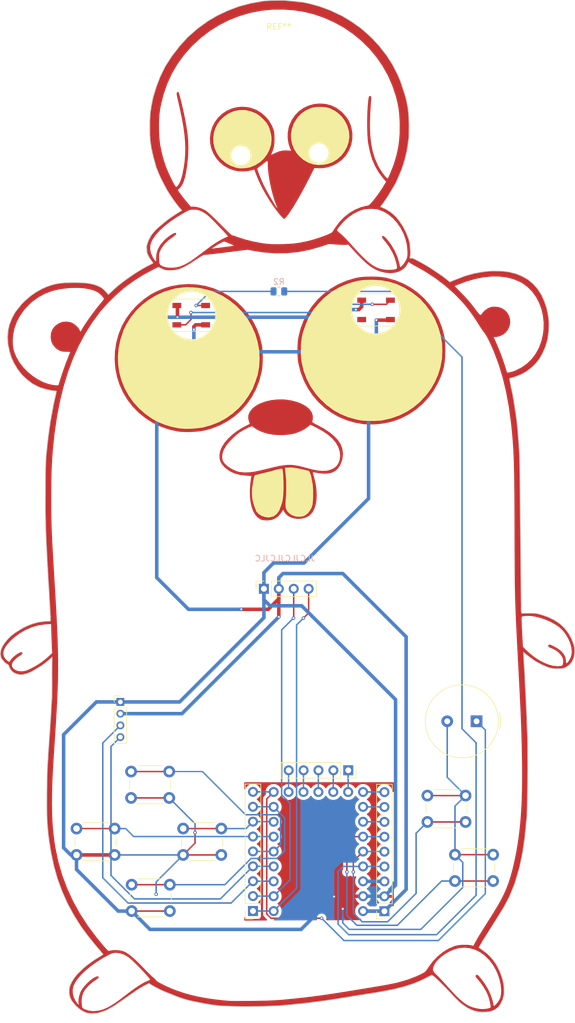
<source format=kicad_pcb>
(kicad_pcb (version 20240108) (generator "pcbnew") (generator_version "8.0")
  (layers (0 "F.Cu" signal) (31 "B.Cu" signal) (34 "B.Paste" user) (35 "F.Paste" user) (36 "B.SilkS" user "B.Silkscreen") (37 "F.SilkS" user "F.Silkscreen") (38 "B.Mask" user) (39 "F.Mask" user) (44 "Edge.Cuts" user))
  (net 0 "")
  (net 1 "/GP27")
  (net 2 "/GP7")
  (net 3 "Net-(J2-Pin_3)")
  (net 4 "GND")
  (net 5 "VCC")
  (net 6 "/SDA")
  (net 7 "/SDA1")
  (net 8 "/GP28")
  (net 9 "Net-(J2-Pin_1)")
  (net 10 "/SCL")
  (net 11 "Net-(J2-Pin_2)")
  (net 12 "Net-(J2-Pin_5)")
  (net 13 "/GP5")
  (net 14 "/GP29")
  (net 15 "/GP15")
  (net 16 "/GP26")
  (net 17 "/GP14")
  (net 18 "/3v3")
  (net 19 "/SCL1")
  (net 20 "Net-(J2-Pin_4)")
  (net 21 "/GP8")
  (net 22 "/GP4")
  (net 23 "/GP6")
  (net 24 "Net-(D1-DIN)")
  (net 25 "Net-(D1-DOUT)")
  (footprint "LED_SMD:LED_WS2812B_PLCC4_5.0x5.0mm_P3.2mm" (layer "F.Cu") (at 128.275 71.225)
    (property "Reference" "D2" (hide yes))
    (property "Value" "WS2812B")
  )
  (footprint "MountingHole:MountingHole_3.2mm_M3" (layer "F.Cu") (at 111.7 27.1)
    (property "Reference" "REF**")
    (property "Value" "MountingHole_3.2mm_M3")
  )
  (footprint "Button_Switch_THT:SW_PUSH_6mm_H4.3mm" (layer "F.Cu") (at 137.025 154.075)
    (property "Reference" "SW5" (hide yes))
    (property "Value" "SW_Push")
  )
  (footprint "Connector_PinSocket_2.54mm:PinSocket_1x09_P2.54mm_Vertical" (layer "F.Cu") (at 129.7 173.8 180)
    (property "Reference" "J3" (hide yes))
    (property "Value" "Conn_01x09_Pin")
  )
  (footprint "Connector_PinSocket_2.54mm:PinSocket_1x09_P2.54mm_Vertical" (layer "F.Cu") (at 107.3 173.76 180)
    (property "Reference" "J4" (hide yes))
    (property "Value" "Conn_01x09_Pin")
  )
  (footprint "Connector_PinSocket_2.54mm:PinSocket_1x04_P2.54mm_Vertical" (layer "F.Cu") (at 109.16 118.8 90)
    (property "Reference" "Brd1" (hide yes))
    (property "Value" "SSD1306")
  )
  (footprint "Button_Switch_THT:SW_PUSH_6mm_H4.3mm" (layer "F.Cu") (at 86.525 149.975)
    (property "Reference" "SW1" (hide yes))
    (property "Value" "SW_Push")
  )
  (footprint "Button_Switch_THT:SW_PUSH_6mm_H4.3mm" (layer "F.Cu") (at 141.725 164.15)
    (property "Reference" "SW6" (hide yes))
    (property "Value" "SW_Push")
  )
  (footprint "gopher:gopher_bird" (layer "F.Cu") (at 112.825 108.775)
    (property "Reference" "G***" (hide yes))
    (property "Value" "LOGO" (hide yes))
    (fp_line (start -48.58 21.17) (end -48.52 20.56) (stroke (width 0.12)) (layer "Edge.Cuts"))
    (fp_line (start -48.52 20.56) (end -48.3 19.94) (stroke (width 0.12)) (layer "Edge.Cuts"))
    (fp_line (start -48.49 21.72) (end -48.58 21.17) (stroke (width 0.12)) (layer "Edge.Cuts"))
    (fp_line (start -48.35 21.99) (end -48.49 21.72) (stroke (width 0.12)) (layer "Edge.Cuts"))
    (fp_line (start -48.3 19.94) (end -47.9 19.3) (stroke (width 0.12)) (layer "Edge.Cuts"))
    (fp_line (start -48.09 22.33) (end -48.35 21.99) (stroke (width 0.12)) (layer "Edge.Cuts"))
    (fp_line (start -47.9 19.3) (end -47.39 18.67) (stroke (width 0.12)) (layer "Edge.Cuts"))
    (fp_line (start -47.84 22.61) (end -48.09 22.33) (stroke (width 0.12)) (layer "Edge.Cuts"))
    (fp_line (start -47.56 22.82) (end -47.84 22.61) (stroke (width 0.12)) (layer "Edge.Cuts"))
    (fp_line (start -47.39 18.67) (end -46.74 18.03) (stroke (width 0.12)) (layer "Edge.Cuts"))
    (fp_line (start -47.37 -32.93) (end -47.26 -34.14) (stroke (width 0.12)) (layer "Edge.Cuts"))
    (fp_line (start -47.31 -31.76) (end -47.37 -32.93) (stroke (width 0.12)) (layer "Edge.Cuts"))
    (fp_line (start -47.3 22.96) (end -47.56 22.82) (stroke (width 0.12)) (layer "Edge.Cuts"))
    (fp_line (start -47.26 -34.14) (end -47.06 -35.02) (stroke (width 0.12)) (layer "Edge.Cuts"))
    (fp_line (start -47.2 23.07) (end -47.3 22.96) (stroke (width 0.12)) (layer "Edge.Cuts"))
    (fp_line (start -47.06 -35.02) (end -46.61 -36.16) (stroke (width 0.12)) (layer "Edge.Cuts"))
    (fp_line (start -47.03 -30.45) (end -47.31 -31.76) (stroke (width 0.12)) (layer "Edge.Cuts"))
    (fp_line (start -46.99 23.57) (end -47.2 23.07) (stroke (width 0.12)) (layer "Edge.Cuts"))
    (fp_line (start -46.75 -29.5) (end -47.03 -30.45) (stroke (width 0.12)) (layer "Edge.Cuts"))
    (fp_line (start -46.74 18.03) (end -46.14 17.56) (stroke (width 0.12)) (layer "Edge.Cuts"))
    (fp_line (start -46.7 24.01) (end -46.99 23.57) (stroke (width 0.12)) (layer "Edge.Cuts"))
    (fp_line (start -46.61 -36.16) (end -46.21 -36.9) (stroke (width 0.12)) (layer "Edge.Cuts"))
    (fp_line (start -46.29 24.36) (end -46.7 24.01) (stroke (width 0.12)) (layer "Edge.Cuts"))
    (fp_line (start -46.26 -28.43) (end -46.75 -29.5) (stroke (width 0.12)) (layer "Edge.Cuts"))
    (fp_line (start -46.21 -36.9) (end -46.03 -37.22) (stroke (width 0.12)) (layer "Edge.Cuts"))
    (fp_line (start -46.14 17.56) (end -45.11 16.91) (stroke (width 0.12)) (layer "Edge.Cuts"))
    (fp_line (start -46.03 -37.22) (end -44.96 -38.55) (stroke (width 0.12)) (layer "Edge.Cuts"))
    (fp_line (start -45.72 24.6) (end -46.29 24.36) (stroke (width 0.12)) (layer "Edge.Cuts"))
    (fp_line (start -45.67 -27.45) (end -46.26 -28.43) (stroke (width 0.12)) (layer "Edge.Cuts"))
    (fp_line (start -45.24 24.68) (end -45.72 24.6) (stroke (width 0.12)) (layer "Edge.Cuts"))
    (fp_line (start -45.11 16.91) (end -44.52 16.58) (stroke (width 0.12)) (layer "Edge.Cuts"))
    (fp_line (start -44.96 -38.55) (end -44.39 -39.11) (stroke (width 0.12)) (layer "Edge.Cuts"))
    (fp_line (start -44.92 -26.47) (end -45.67 -27.45) (stroke (width 0.12)) (layer "Edge.Cuts"))
    (fp_line (start -44.65 24.66) (end -45.24 24.68) (stroke (width 0.12)) (layer "Edge.Cuts"))
    (fp_line (start -44.52 16.58) (end -43.82 16.26) (stroke (width 0.12)) (layer "Edge.Cuts"))
    (fp_line (start -44.39 -39.11) (end -43.49 -39.91) (stroke (width 0.12)) (layer "Edge.Cuts"))
    (fp_line (start -44.1 -25.7) (end -44.92 -26.47) (stroke (width 0.12)) (layer "Edge.Cuts"))
    (fp_line (start -43.96 24.47) (end -44.65 24.66) (stroke (width 0.12)) (layer "Edge.Cuts"))
    (fp_line (start -43.82 16.26) (end -43.08 15.97) (stroke (width 0.12)) (layer "Edge.Cuts"))
    (fp_line (start -43.49 -39.91) (end -42.53 -40.58) (stroke (width 0.12)) (layer "Edge.Cuts"))
    (fp_line (start -43.36 24.23) (end -43.96 24.47) (stroke (width 0.12)) (layer "Edge.Cuts"))
    (fp_line (start -43.14 -24.96) (end -44.1 -25.7) (stroke (width 0.12)) (layer "Edge.Cuts"))
    (fp_line (start -43.08 15.97) (end -42.13 15.71) (stroke (width 0.12)) (layer "Edge.Cuts"))
    (fp_line (start -42.91 23.98) (end -43.36 24.23) (stroke (width 0.12)) (layer "Edge.Cuts"))
    (fp_line (start -42.53 -40.58) (end -41.41 -41.2) (stroke (width 0.12)) (layer "Edge.Cuts"))
    (fp_line (start -42.22 -24.47) (end -43.14 -24.96) (stroke (width 0.12)) (layer "Edge.Cuts"))
    (fp_line (start -42.13 15.71) (end -41.13 15.58) (stroke (width 0.12)) (layer "Edge.Cuts"))
    (fp_line (start -41.76 -24.27) (end -42.22 -24.47) (stroke (width 0.12)) (layer "Edge.Cuts"))
    (fp_line (start -41.44 23.09) (end -42.91 23.98) (stroke (width 0.12)) (layer "Edge.Cuts"))
    (fp_line (start -41.41 -41.2) (end -40.65 -41.53) (stroke (width 0.12)) (layer "Edge.Cuts"))
    (fp_line (start -41.13 15.58) (end -40.06 15.53) (stroke (width 0.12)) (layer "Edge.Cuts"))
    (fp_line (start -40.92 -4.43) (end -40.91 -6.35) (stroke (width 0.12)) (layer "Edge.Cuts"))
    (fp_line (start -40.92 -3.26) (end -40.92 -4.43) (stroke (width 0.12)) (layer "Edge.Cuts"))
    (fp_line (start -40.91 -6.35) (end -40.89 -10.57) (stroke (width 0.12)) (layer "Edge.Cuts"))
    (fp_line (start -40.89 -10.57) (end -40.81 -12.49) (stroke (width 0.12)) (layer "Edge.Cuts"))
    (fp_line (start -40.88 -1.62) (end -40.92 -3.26) (stroke (width 0.12)) (layer "Edge.Cuts"))
    (fp_line (start -40.86 -0.14) (end -40.88 -1.62) (stroke (width 0.12)) (layer "Edge.Cuts"))
    (fp_line (start -40.81 -12.49) (end -40.49 -15.48) (stroke (width 0.12)) (layer "Edge.Cuts"))
    (fp_line (start -40.75 -23.97) (end -41.76 -24.27) (stroke (width 0.12)) (layer "Edge.Cuts"))
    (fp_line (start -40.71 3.16) (end -40.86 -0.14) (stroke (width 0.12)) (layer "Edge.Cuts"))
    (fp_line (start -40.68 45.15) (end -40.66 43.86) (stroke (width 0.12)) (layer "Edge.Cuts"))
    (fp_line (start -40.68 46.38) (end -40.68 45.15) (stroke (width 0.12)) (layer "Edge.Cuts"))
    (fp_line (start -40.68 47.61) (end -40.68 46.38) (stroke (width 0.12)) (layer "Edge.Cuts"))
    (fp_line (start -40.66 43.86) (end -40.62 41.76) (stroke (width 0.12)) (layer "Edge.Cuts"))
    (fp_line (start -40.66 48.59) (end -40.68 47.61) (stroke (width 0.12)) (layer "Edge.Cuts"))
    (fp_line (start -40.65 -41.53) (end -39.91 -41.79) (stroke (width 0.12)) (layer "Edge.Cuts"))
    (fp_line (start -40.62 5.04) (end -40.71 3.16) (stroke (width 0.12)) (layer "Edge.Cuts"))
    (fp_line (start -40.62 41.76) (end -40.55 39.99) (stroke (width 0.12)) (layer "Edge.Cuts"))
    (fp_line (start -40.62 49.56) (end -40.66 48.59) (stroke (width 0.12)) (layer "Edge.Cuts"))
    (fp_line (start -40.55 39.99) (end -40.48 38.95) (stroke (width 0.12)) (layer "Edge.Cuts"))
    (fp_line (start -40.5 22.37) (end -41.44 23.09) (stroke (width 0.12)) (layer "Edge.Cuts"))
    (fp_line (start -40.49 -15.48) (end -40.09 -18.41) (stroke (width 0.12)) (layer "Edge.Cuts"))
    (fp_line (start -40.49 51.33) (end -40.62 49.56) (stroke (width 0.12)) (layer "Edge.Cuts"))
    (fp_line (start -40.48 38.95) (end -40.35 36.88) (stroke (width 0.12)) (layer "Edge.Cuts"))
    (fp_line (start -40.43 8.47) (end -40.62 5.04) (stroke (width 0.12)) (layer "Edge.Cuts"))
    (fp_line (start -40.35 36.88) (end -40.16 34.28) (stroke (width 0.12)) (layer "Edge.Cuts"))
    (fp_line (start -40.32 52.76) (end -40.49 51.33) (stroke (width 0.12)) (layer "Edge.Cuts"))
    (fp_line (start -40.26 11.12) (end -40.43 8.47) (stroke (width 0.12)) (layer "Edge.Cuts"))
    (fp_line (start -40.16 34.28) (end -39.95 30.92) (stroke (width 0.12)) (layer "Edge.Cuts"))
    (fp_line (start -40.14 13.4) (end -40.26 11.12) (stroke (width 0.12)) (layer "Edge.Cuts"))
    (fp_line (start -40.09 -18.41) (end -39.47 -21.71) (stroke (width 0.12)) (layer "Edge.Cuts"))
    (fp_line (start -40.06 15.53) (end -40.04 14.86) (stroke (width 0.12)) (layer "Edge.Cuts"))
    (fp_line (start -40.04 14.86) (end -40.14 13.4) (stroke (width 0.12)) (layer "Edge.Cuts"))
    (fp_line (start -39.98 54.94) (end -40.32 52.76) (stroke (width 0.12)) (layer "Edge.Cuts"))
    (fp_line (start -39.95 30.92) (end -39.81 28.43) (stroke (width 0.12)) (layer "Edge.Cuts"))
    (fp_line (start -39.92 -23.79) (end -40.75 -23.97) (stroke (width 0.12)) (layer "Edge.Cuts"))
    (fp_line (start -39.91 -41.79) (end -38.97 -42.03) (stroke (width 0.12)) (layer "Edge.Cuts"))
    (fp_line (start -39.81 28.43) (end -39.79 26.13) (stroke (width 0.12)) (layer "Edge.Cuts"))
    (fp_line (start -39.8 24.45) (end -39.79 22.78) (stroke (width 0.12)) (layer "Edge.Cuts"))
    (fp_line (start -39.79 22.78) (end -39.75 21.69) (stroke (width 0.12)) (layer "Edge.Cuts"))
    (fp_line (start -39.79 26.13) (end -39.8 24.45) (stroke (width 0.12)) (layer "Edge.Cuts"))
    (fp_line (start -39.75 21.69) (end -40.5 22.37) (stroke (width 0.12)) (layer "Edge.Cuts"))
    (fp_line (start -39.47 -21.71) (end -39.24 -22.72) (stroke (width 0.12)) (layer "Edge.Cuts"))
    (fp_line (start -39.46 57.37) (end -39.98 54.94) (stroke (width 0.12)) (layer "Edge.Cuts"))
    (fp_line (start -39.35 -23.73) (end -39.92 -23.79) (stroke (width 0.12)) (layer "Edge.Cuts"))
    (fp_line (start -39.24 -22.72) (end -39.03 -23.67) (stroke (width 0.12)) (layer "Edge.Cuts"))
    (fp_line (start -39.03 -23.67) (end -39.35 -23.73) (stroke (width 0.12)) (layer "Edge.Cuts"))
    (fp_line (start -38.97 -42.03) (end -37.63 -42.2) (stroke (width 0.12)) (layer "Edge.Cuts"))
    (fp_line (start -38.86 59.48) (end -39.46 57.37) (stroke (width 0.12)) (layer "Edge.Cuts"))
    (fp_line (start -38.06 61.67) (end -38.86 59.48) (stroke (width 0.12)) (layer "Edge.Cuts"))
    (fp_line (start -37.63 -42.2) (end -35.99 -42.22) (stroke (width 0.12)) (layer "Edge.Cuts"))
    (fp_line (start -37.09 63.83) (end -38.06 61.67) (stroke (width 0.12)) (layer "Edge.Cuts"))
    (fp_line (start -36.86 78.91) (end -36.81 78.04) (stroke (width 0.12)) (layer "Edge.Cuts"))
    (fp_line (start -36.81 78.04) (end -36.74 77.79) (stroke (width 0.12)) (layer "Edge.Cuts"))
    (fp_line (start -36.77 79.54) (end -36.86 78.91) (stroke (width 0.12)) (layer "Edge.Cuts"))
    (fp_line (start -36.74 77.79) (end -36.43 77.09) (stroke (width 0.12)) (layer "Edge.Cuts"))
    (fp_line (start -36.53 80.14) (end -36.77 79.54) (stroke (width 0.12)) (layer "Edge.Cuts"))
    (fp_line (start -36.43 77.09) (end -35.99 76.39) (stroke (width 0.12)) (layer "Edge.Cuts"))
    (fp_line (start -36.23 80.57) (end -36.53 80.14) (stroke (width 0.12)) (layer "Edge.Cuts"))
    (fp_line (start -36.04 65.75) (end -37.09 63.83) (stroke (width 0.12)) (layer "Edge.Cuts"))
    (fp_line (start -35.99 -42.22) (end -35.17 -42.21) (stroke (width 0.12)) (layer "Edge.Cuts"))
    (fp_line (start -35.99 76.39) (end -35.42 75.69) (stroke (width 0.12)) (layer "Edge.Cuts"))
    (fp_line (start -35.72 81.18) (end -36.23 80.57) (stroke (width 0.12)) (layer "Edge.Cuts"))
    (fp_line (start -35.42 75.69) (end -34.59 74.88) (stroke (width 0.12)) (layer "Edge.Cuts"))
    (fp_line (start -35.36 81.5) (end -35.72 81.18) (stroke (width 0.12)) (layer "Edge.Cuts"))
    (fp_line (start -35.17 -42.21) (end -34.15 -42.17) (stroke (width 0.12)) (layer "Edge.Cuts"))
    (fp_line (start -35.14 81.7) (end -35.36 81.5) (stroke (width 0.12)) (layer "Edge.Cuts"))
    (fp_line (start -34.87 67.61) (end -36.04 65.75) (stroke (width 0.12)) (layer "Edge.Cuts"))
    (fp_line (start -34.59 74.88) (end -33.75 74.17) (stroke (width 0.12)) (layer "Edge.Cuts"))
    (fp_line (start -34.51 82.1) (end -35.14 81.7) (stroke (width 0.12)) (layer "Edge.Cuts"))
    (fp_line (start -34.15 -42.17) (end -33.26 -42.04) (stroke (width 0.12)) (layer "Edge.Cuts"))
    (fp_line (start -33.94 82.36) (end -34.51 82.1) (stroke (width 0.12)) (layer "Edge.Cuts"))
    (fp_line (start -33.75 74.17) (end -33.2 73.77) (stroke (width 0.12)) (layer "Edge.Cuts"))
    (fp_line (start -33.72 69.17) (end -34.87 67.61) (stroke (width 0.12)) (layer "Edge.Cuts"))
    (fp_line (start -33.71 82.43) (end -33.94 82.36) (stroke (width 0.12)) (layer "Edge.Cuts"))
    (fp_line (start -33.27 82.47) (end -33.71 82.43) (stroke (width 0.12)) (layer "Edge.Cuts"))
    (fp_line (start -33.26 -42.04) (end -32.54 -41.88) (stroke (width 0.12)) (layer "Edge.Cuts"))
    (fp_line (start -33.2 73.77) (end -32.67 73.39) (stroke (width 0.12)) (layer "Edge.Cuts"))
    (fp_line (start -32.72 82.47) (end -33.27 82.47) (stroke (width 0.12)) (layer "Edge.Cuts"))
    (fp_line (start -32.67 73.39) (end -31.87 72.88) (stroke (width 0.12)) (layer "Edge.Cuts"))
    (fp_line (start -32.54 -41.88) (end -31.82 -41.6) (stroke (width 0.12)) (layer "Edge.Cuts"))
    (fp_line (start -32.51 70.68) (end -33.72 69.17) (stroke (width 0.12)) (layer "Edge.Cuts"))
    (fp_line (start -32.09 82.44) (end -32.72 82.47) (stroke (width 0.12)) (layer "Edge.Cuts"))
    (fp_line (start -31.87 72.88) (end -31.37 72.57) (stroke (width 0.12)) (layer "Edge.Cuts"))
    (fp_line (start -31.82 -41.6) (end -31.25 -41.29) (stroke (width 0.12)) (layer "Edge.Cuts"))
    (fp_line (start -31.73 71.59) (end -32.51 70.68) (stroke (width 0.12)) (layer "Edge.Cuts"))
    (fp_line (start -31.69 82.35) (end -32.09 82.44) (stroke (width 0.12)) (layer "Edge.Cuts"))
    (fp_line (start -31.37 72.57) (end -31.09 72.38) (stroke (width 0.12)) (layer "Edge.Cuts"))
    (fp_line (start -31.25 -41.29) (end -30.8 -40.88) (stroke (width 0.12)) (layer "Edge.Cuts"))
    (fp_line (start -31.09 72.38) (end -31.73 71.59) (stroke (width 0.12)) (layer "Edge.Cuts"))
    (fp_line (start -30.8 -40.88) (end -30.22 -40.24) (stroke (width 0.12)) (layer "Edge.Cuts"))
    (fp_line (start -30.51 81.94) (end -31.69 82.35) (stroke (width 0.12)) (layer "Edge.Cuts"))
    (fp_line (start -30.22 -40.24) (end -30.16 -40.19) (stroke (width 0.12)) (layer "Edge.Cuts"))
    (fp_line (start -30.16 -40.19) (end -28.9 -41.38) (stroke (width 0.12)) (layer "Edge.Cuts"))
    (fp_line (start -29.22 81.22) (end -30.51 81.94) (stroke (width 0.12)) (layer "Edge.Cuts"))
    (fp_line (start -28.9 -41.38) (end -27.87 -42.21) (stroke (width 0.12)) (layer "Edge.Cuts"))
    (fp_line (start -27.87 -42.21) (end -27.04 -42.83) (stroke (width 0.12)) (layer "Edge.Cuts"))
    (fp_line (start -27.74 80.2) (end -29.22 81.22) (stroke (width 0.12)) (layer "Edge.Cuts"))
    (fp_line (start -27.04 -42.83) (end -25.63 -43.8) (stroke (width 0.12)) (layer "Edge.Cuts"))
    (fp_line (start -26.56 79.37) (end -27.74 80.2) (stroke (width 0.12)) (layer "Edge.Cuts"))
    (fp_line (start -25.63 -43.8) (end -24.61 -44.43) (stroke (width 0.12)) (layer "Edge.Cuts"))
    (fp_line (start -25.17 78.41) (end -26.56 79.37) (stroke (width 0.12)) (layer "Edge.Cuts"))
    (fp_line (start -24.61 -44.43) (end -23.6 -45) (stroke (width 0.12)) (layer "Edge.Cuts"))
    (fp_line (start -24.08 77.76) (end -25.17 78.41) (stroke (width 0.12)) (layer "Edge.Cuts"))
    (fp_line (start -23.67 -48.39) (end -23.56 -48.82) (stroke (width 0.12)) (layer "Edge.Cuts"))
    (fp_line (start -23.61 -47.32) (end -23.67 -48.39) (stroke (width 0.12)) (layer "Edge.Cuts"))
    (fp_line (start -23.6 -45) (end -22.66 -45.48) (stroke (width 0.12)) (layer "Edge.Cuts"))
    (fp_line (start -23.56 -48.82) (end -23.3 -49.51) (stroke (width 0.12)) (layer "Edge.Cuts"))
    (fp_line (start -23.31 -46.64) (end -23.61 -47.32) (stroke (width 0.12)) (layer "Edge.Cuts"))
    (fp_line (start -23.3 -49.51) (end -22.84 -50.34) (stroke (width 0.12)) (layer "Edge.Cuts"))
    (fp_line (start -23.23 77.34) (end -24.08 77.76) (stroke (width 0.12)) (layer "Edge.Cuts"))
    (fp_line (start -23.13 -69.82) (end -23.04 -71.18) (stroke (width 0.12)) (layer "Edge.Cuts"))
    (fp_line (start -23.13 -68.27) (end -23.13 -69.82) (stroke (width 0.12)) (layer "Edge.Cuts"))
    (fp_line (start -23.13 -67.44) (end -23.13 -68.27) (stroke (width 0.12)) (layer "Edge.Cuts"))
    (fp_line (start -23.07 77.48) (end -23.23 77.34) (stroke (width 0.12)) (layer "Edge.Cuts"))
    (fp_line (start -23.04 -71.18) (end -22.88 -72.26) (stroke (width 0.12)) (layer "Edge.Cuts"))
    (fp_line (start -23.04 -66.34) (end -23.13 -67.44) (stroke (width 0.12)) (layer "Edge.Cuts"))
    (fp_line (start -22.97 -46.11) (end -23.31 -46.64) (stroke (width 0.12)) (layer "Edge.Cuts"))
    (fp_line (start -22.88 -72.26) (end -22.58 -73.76) (stroke (width 0.12)) (layer "Edge.Cuts"))
    (fp_line (start -22.88 -65.23) (end -23.04 -66.34) (stroke (width 0.12)) (layer "Edge.Cuts"))
    (fp_line (start -22.84 -50.34) (end -22.21 -51.1) (stroke (width 0.12)) (layer "Edge.Cuts"))
    (fp_line (start -22.66 -45.48) (end -22.56 -45.55) (stroke (width 0.12)) (layer "Edge.Cuts"))
    (fp_line (start -22.58 -73.76) (end -22.01 -75.63) (stroke (width 0.12)) (layer "Edge.Cuts"))
    (fp_line (start -22.56 -45.55) (end -22.97 -46.11) (stroke (width 0.12)) (layer "Edge.Cuts"))
    (fp_line (start -22.53 -63.67) (end -22.88 -65.23) (stroke (width 0.12)) (layer "Edge.Cuts"))
    (fp_line (start -22.41 77.86) (end -23.07 77.48) (stroke (width 0.12)) (layer "Edge.Cuts"))
    (fp_line (start -22.21 -51.1) (end -21.73 -51.56) (stroke (width 0.12)) (layer "Edge.Cuts"))
    (fp_line (start -22.04 -61.89) (end -22.53 -63.67) (stroke (width 0.12)) (layer "Edge.Cuts"))
    (fp_line (start -22.01 -75.63) (end -21.37 -77.3) (stroke (width 0.12)) (layer "Edge.Cuts"))
    (fp_line (start -21.73 -51.56) (end -20.7 -52.43) (stroke (width 0.12)) (layer "Edge.Cuts"))
    (fp_line (start -21.61 -60.82) (end -22.04 -61.89) (stroke (width 0.12)) (layer "Edge.Cuts"))
    (fp_line (start -21.38 78.4) (end -22.41 77.86) (stroke (width 0.12)) (layer "Edge.Cuts"))
    (fp_line (start -21.37 -77.3) (end -20.51 -79.07) (stroke (width 0.12)) (layer "Edge.Cuts"))
    (fp_line (start -21.2 -59.9) (end -21.61 -60.82) (stroke (width 0.12)) (layer "Edge.Cuts"))
    (fp_line (start -20.7 -52.43) (end -20 -52.99) (stroke (width 0.12)) (layer "Edge.Cuts"))
    (fp_line (start -20.59 78.76) (end -21.38 78.4) (stroke (width 0.12)) (layer "Edge.Cuts"))
    (fp_line (start -20.51 -79.07) (end -19.37 -80.84) (stroke (width 0.12)) (layer "Edge.Cuts"))
    (fp_line (start -20.29 -58.17) (end -21.2 -59.9) (stroke (width 0.12)) (layer "Edge.Cuts"))
    (fp_line (start -20 -52.99) (end -19.35 -53.44) (stroke (width 0.12)) (layer "Edge.Cuts"))
    (fp_line (start -19.82 -57.39) (end -20.29 -58.17) (stroke (width 0.12)) (layer "Edge.Cuts"))
    (fp_line (start -19.37 -80.84) (end -18.02 -82.59) (stroke (width 0.12)) (layer "Edge.Cuts"))
    (fp_line (start -19.35 -53.44) (end -18.62 -53.93) (stroke (width 0.12)) (layer "Edge.Cuts"))
    (fp_line (start -19.03 -56.21) (end -19.82 -57.39) (stroke (width 0.12)) (layer "Edge.Cuts"))
    (fp_line (start -18.62 -53.93) (end -17.73 -54.48) (stroke (width 0.12)) (layer "Edge.Cuts"))
    (fp_line (start -18.17 -55.08) (end -19.03 -56.21) (stroke (width 0.12)) (layer "Edge.Cuts"))
    (fp_line (start -18.1 79.75) (end -20.59 78.76) (stroke (width 0.12)) (layer "Edge.Cuts"))
    (fp_line (start -18.02 -82.59) (end -16.61 -84.13) (stroke (width 0.12)) (layer "Edge.Cuts"))
    (fp_line (start -17.73 -54.48) (end -17.66 -54.51) (stroke (width 0.12)) (layer "Edge.Cuts"))
    (fp_line (start -17.66 -54.51) (end -18.17 -55.08) (stroke (width 0.12)) (layer "Edge.Cuts"))
    (fp_line (start -16.68 80.2) (end -18.1 79.75) (stroke (width 0.12)) (layer "Edge.Cuts"))
    (fp_line (start -16.61 -84.13) (end -14.92 -85.6) (stroke (width 0.12)) (layer "Edge.Cuts"))
    (fp_line (start -15.65 80.43) (end -16.68 80.2) (stroke (width 0.12)) (layer "Edge.Cuts"))
    (fp_line (start -14.92 -85.6) (end -13.17 -86.86) (stroke (width 0.12)) (layer "Edge.Cuts"))
    (fp_line (start -13.54 80.85) (end -15.65 80.43) (stroke (width 0.12)) (layer "Edge.Cuts"))
    (fp_line (start -13.17 -86.86) (end -11.62 -87.77) (stroke (width 0.12)) (layer "Edge.Cuts"))
    (fp_line (start -12.15 81.06) (end -13.54 80.85) (stroke (width 0.12)) (layer "Edge.Cuts"))
    (fp_line (start -11.62 -87.77) (end -9.82 -88.62) (stroke (width 0.12)) (layer "Edge.Cuts"))
    (fp_line (start -11.11 81.18) (end -12.15 81.06) (stroke (width 0.12)) (layer "Edge.Cuts"))
    (fp_line (start -9.82 -88.62) (end -7.96 -89.33) (stroke (width 0.12)) (layer "Edge.Cuts"))
    (fp_line (start -8.99 81.27) (end -11.11 81.18) (stroke (width 0.12)) (layer "Edge.Cuts"))
    (fp_line (start -7.96 -89.33) (end -5.91 -89.87) (stroke (width 0.12)) (layer "Edge.Cuts"))
    (fp_line (start -7.09 81.31) (end -8.99 81.27) (stroke (width 0.12)) (layer "Edge.Cuts"))
    (fp_line (start -5.91 -89.87) (end -3.63 -90.27) (stroke (width 0.12)) (layer "Edge.Cuts"))
    (fp_line (start -3.65 81.27) (end -7.09 81.31) (stroke (width 0.12)) (layer "Edge.Cuts"))
    (fp_line (start -3.63 -90.27) (end -2.42 -90.34) (stroke (width 0.12)) (layer "Edge.Cuts"))
    (fp_line (start -2.42 -90.34) (end -0.08 -90.35) (stroke (width 0.12)) (layer "Edge.Cuts"))
    (fp_line (start -1.28 81.17) (end -3.65 81.27) (stroke (width 0.12)) (layer "Edge.Cuts"))
    (fp_line (start -0.08 -90.35) (end 2.93 -90.05) (stroke (width 0.12)) (layer "Edge.Cuts"))
    (fp_line (start 0.28 81.05) (end -1.28 81.17) (stroke (width 0.12)) (layer "Edge.Cuts"))
    (fp_line (start 2.93 -90.05) (end 3.88 -89.87) (stroke (width 0.12)) (layer "Edge.Cuts"))
    (fp_line (start 3.48 80.72) (end 0.28 81.05) (stroke (width 0.12)) (layer "Edge.Cuts"))
    (fp_line (start 3.88 -89.87) (end 5.86 -89.33) (stroke (width 0.12)) (layer "Edge.Cuts"))
    (fp_line (start 5.86 -89.33) (end 7.65 -88.66) (stroke (width 0.12)) (layer "Edge.Cuts"))
    (fp_line (start 6.91 80.28) (end 3.48 80.72) (stroke (width 0.12)) (layer "Edge.Cuts"))
    (fp_line (start 7.65 -88.66) (end 9.19 -87.93) (stroke (width 0.12)) (layer "Edge.Cuts"))
    (fp_line (start 9.19 -87.93) (end 9.64 -87.73) (stroke (width 0.12)) (layer "Edge.Cuts"))
    (fp_line (start 9.63 79.85) (end 6.91 80.28) (stroke (width 0.12)) (layer "Edge.Cuts"))
    (fp_line (start 9.64 -87.73) (end 11.17 -86.81) (stroke (width 0.12)) (layer "Edge.Cuts"))
    (fp_line (start 11.17 -86.81) (end 12.82 -85.65) (stroke (width 0.12)) (layer "Edge.Cuts"))
    (fp_line (start 12.7 79.35) (end 9.63 79.85) (stroke (width 0.12)) (layer "Edge.Cuts"))
    (fp_line (start 12.82 -85.65) (end 14.07 -84.57) (stroke (width 0.12)) (layer "Edge.Cuts"))
    (fp_line (start 14.07 -84.57) (end 14.85 -83.83) (stroke (width 0.12)) (layer "Edge.Cuts"))
    (fp_line (start 14.85 -83.83) (end 16.01 -82.57) (stroke (width 0.12)) (layer "Edge.Cuts"))
    (fp_line (start 15.51 78.91) (end 12.7 79.35) (stroke (width 0.12)) (layer "Edge.Cuts"))
    (fp_line (start 16.01 -82.57) (end 17.25 -80.98) (stroke (width 0.12)) (layer "Edge.Cuts"))
    (fp_line (start 16.23 -55.12) (end 16.46 -55.05) (stroke (width 0.12)) (layer "Edge.Cuts"))
    (fp_line (start 16.37 -55.35) (end 16.23 -55.12) (stroke (width 0.12)) (layer "Edge.Cuts"))
    (fp_line (start 16.46 -55.05) (end 17.09 -54.77) (stroke (width 0.12)) (layer "Edge.Cuts"))
    (fp_line (start 16.68 -55.75) (end 16.37 -55.35) (stroke (width 0.12)) (layer "Edge.Cuts"))
    (fp_line (start 17.09 -54.77) (end 17.92 -54.26) (stroke (width 0.12)) (layer "Edge.Cuts"))
    (fp_line (start 17.25 -80.98) (end 18.28 -79.37) (stroke (width 0.12)) (layer "Edge.Cuts"))
    (fp_line (start 17.42 78.56) (end 15.51 78.91) (stroke (width 0.12)) (layer "Edge.Cuts"))
    (fp_line (start 17.43 -56.84) (end 16.68 -55.75) (stroke (width 0.12)) (layer "Edge.Cuts"))
    (fp_line (start 17.92 -54.26) (end 18.18 -54.05) (stroke (width 0.12)) (layer "Edge.Cuts"))
    (fp_line (start 18.18 -54.05) (end 18.88 -53.41) (stroke (width 0.12)) (layer "Edge.Cuts"))
    (fp_line (start 18.28 -79.37) (end 19.14 -77.68) (stroke (width 0.12)) (layer "Edge.Cuts"))
    (fp_line (start 18.36 78.37) (end 17.42 78.56) (stroke (width 0.12)) (layer "Edge.Cuts"))
    (fp_line (start 18.83 -59.18) (end 17.43 -56.84) (stroke (width 0.12)) (layer "Edge.Cuts"))
    (fp_line (start 18.88 -53.41) (end 19.41 -52.75) (stroke (width 0.12)) (layer "Edge.Cuts"))
    (fp_line (start 19.14 -77.68) (end 19.61 -76.58) (stroke (width 0.12)) (layer "Edge.Cuts"))
    (fp_line (start 19.41 -52.75) (end 20.05 -51.8) (stroke (width 0.12)) (layer "Edge.Cuts"))
    (fp_line (start 19.61 -76.58) (end 20.27 -74.6) (stroke (width 0.12)) (layer "Edge.Cuts"))
    (fp_line (start 19.64 78.06) (end 18.36 78.37) (stroke (width 0.12)) (layer "Edge.Cuts"))
    (fp_line (start 19.79 -61.41) (end 18.83 -59.18) (stroke (width 0.12)) (layer "Edge.Cuts"))
    (fp_line (start 20.05 -51.8) (end 20.56 -50.8) (stroke (width 0.12)) (layer "Edge.Cuts"))
    (fp_line (start 20.15 -62.48) (end 19.79 -61.41) (stroke (width 0.12)) (layer "Edge.Cuts"))
    (fp_line (start 20.27 -74.6) (end 20.58 -73.57) (stroke (width 0.12)) (layer "Edge.Cuts"))
    (fp_line (start 20.36 77.87) (end 19.64 78.06) (stroke (width 0.12)) (layer "Edge.Cuts"))
    (fp_line (start 20.38 -63.26) (end 20.15 -62.48) (stroke (width 0.12)) (layer "Edge.Cuts"))
    (fp_line (start 20.56 -50.8) (end 20.73 -50.37) (stroke (width 0.12)) (layer "Edge.Cuts"))
    (fp_line (start 20.58 -73.57) (end 20.91 -71.9) (stroke (width 0.12)) (layer "Edge.Cuts"))
    (fp_line (start 20.7 -64.59) (end 20.38 -63.26) (stroke (width 0.12)) (layer "Edge.Cuts"))
    (fp_line (start 20.73 -50.37) (end 21.01 -49.65) (stroke (width 0.12)) (layer "Edge.Cuts"))
    (fp_line (start 20.87 -65.62) (end 20.7 -64.59) (stroke (width 0.12)) (layer "Edge.Cuts"))
    (fp_line (start 20.91 -71.9) (end 21.01 -70.92) (stroke (width 0.12)) (layer "Edge.Cuts"))
    (fp_line (start 21.01 -70.92) (end 21.09 -69.06) (stroke (width 0.12)) (layer "Edge.Cuts"))
    (fp_line (start 21.01 -49.65) (end 21.2 -48.96) (stroke (width 0.12)) (layer "Edge.Cuts"))
    (fp_line (start 21.06 -67.05) (end 20.87 -65.62) (stroke (width 0.12)) (layer "Edge.Cuts"))
    (fp_line (start 21.09 -69.06) (end 21.06 -67.05) (stroke (width 0.12)) (layer "Edge.Cuts"))
    (fp_line (start 21.2 -48.96) (end 21.3 -47.88) (stroke (width 0.12)) (layer "Edge.Cuts"))
    (fp_line (start 21.22 -46.37) (end 21.26 -46.35) (stroke (width 0.12)) (layer "Edge.Cuts"))
    (fp_line (start 21.25 -46.54) (end 21.22 -46.37) (stroke (width 0.12)) (layer "Edge.Cuts"))
    (fp_line (start 21.26 -46.35) (end 21.5 -46.38) (stroke (width 0.12)) (layer "Edge.Cuts"))
    (fp_line (start 21.3 -47.88) (end 21.32 -47.2) (stroke (width 0.12)) (layer "Edge.Cuts"))
    (fp_line (start 21.3 -46.85) (end 21.25 -46.54) (stroke (width 0.12)) (layer "Edge.Cuts"))
    (fp_line (start 21.32 -47.2) (end 21.3 -46.85) (stroke (width 0.12)) (layer "Edge.Cuts"))
    (fp_line (start 21.5 -46.38) (end 21.73 -46.34) (stroke (width 0.12)) (layer "Edge.Cuts"))
    (fp_line (start 21.73 -46.34) (end 21.99 -46.24) (stroke (width 0.12)) (layer "Edge.Cuts"))
    (fp_line (start 21.97 77.34) (end 20.36 77.87) (stroke (width 0.12)) (layer "Edge.Cuts"))
    (fp_line (start 21.99 -46.24) (end 22.4 -46.03) (stroke (width 0.12)) (layer "Edge.Cuts"))
    (fp_line (start 22.4 -46.03) (end 23.5 -45.44) (stroke (width 0.12)) (layer "Edge.Cuts"))
    (fp_line (start 23.3 76.77) (end 21.97 77.34) (stroke (width 0.12)) (layer "Edge.Cuts"))
    (fp_line (start 23.5 -45.44) (end 24.57 -44.8) (stroke (width 0.12)) (layer "Edge.Cuts"))
    (fp_line (start 24.57 -44.8) (end 26.02 -43.84) (stroke (width 0.12)) (layer "Edge.Cuts"))
    (fp_line (start 24.88 75.96) (end 23.3 76.77) (stroke (width 0.12)) (layer "Edge.Cuts"))
    (fp_line (start 25 75.97) (end 24.88 75.96) (stroke (width 0.12)) (layer "Edge.Cuts"))
    (fp_line (start 25.16 76.06) (end 25 75.97) (stroke (width 0.12)) (layer "Edge.Cuts"))
    (fp_line (start 25.57 76.4) (end 25.16 76.06) (stroke (width 0.12)) (layer "Edge.Cuts"))
    (fp_line (start 26.02 -43.84) (end 26.83 -43.28) (stroke (width 0.12)) (layer "Edge.Cuts"))
    (fp_line (start 26.19 76.98) (end 25.57 76.4) (stroke (width 0.12)) (layer "Edge.Cuts"))
    (fp_line (start 26.83 -43.28) (end 27.52 -42.75) (stroke (width 0.12)) (layer "Edge.Cuts"))
    (fp_line (start 27.19 77.98) (end 26.19 76.98) (stroke (width 0.12)) (layer "Edge.Cuts"))
    (fp_line (start 27.52 -42.75) (end 28.02 -42.33) (stroke (width 0.12)) (layer "Edge.Cuts"))
    (fp_line (start 28.02 -42.33) (end 28.71 -42.63) (stroke (width 0.12)) (layer "Edge.Cuts"))
    (fp_line (start 28.18 79.02) (end 27.19 77.98) (stroke (width 0.12)) (layer "Edge.Cuts"))
    (fp_line (start 28.71 -42.63) (end 29.64 -42.98) (stroke (width 0.12)) (layer "Edge.Cuts"))
    (fp_line (start 28.75 79.64) (end 28.18 79.02) (stroke (width 0.12)) (layer "Edge.Cuts"))
    (fp_line (start 29.64 -42.98) (end 30.6 -43.36) (stroke (width 0.12)) (layer "Edge.Cuts"))
    (fp_line (start 29.69 80.57) (end 28.75 79.64) (stroke (width 0.12)) (layer "Edge.Cuts"))
    (fp_line (start 30.23 81) (end 29.69 80.57) (stroke (width 0.12)) (layer "Edge.Cuts"))
    (fp_line (start 30.6 -43.36) (end 32.22 -43.8) (stroke (width 0.12)) (layer "Edge.Cuts"))
    (fp_line (start 31.08 81.56) (end 30.23 81) (stroke (width 0.12)) (layer "Edge.Cuts"))
    (fp_line (start 31.76 81.88) (end 31.08 81.56) (stroke (width 0.12)) (layer "Edge.Cuts"))
    (fp_line (start 32.22 -43.8) (end 33.83 -44.09) (stroke (width 0.12)) (layer "Edge.Cuts"))
    (fp_line (start 32.24 82.05) (end 31.76 81.88) (stroke (width 0.12)) (layer "Edge.Cuts"))
    (fp_line (start 32.59 82.14) (end 32.24 82.05) (stroke (width 0.12)) (layer "Edge.Cuts"))
    (fp_line (start 32.98 71.22) (end 33.41 71.5) (stroke (width 0.12)) (layer "Edge.Cuts"))
    (fp_line (start 33.19 70.88) (end 32.98 71.22) (stroke (width 0.12)) (layer "Edge.Cuts"))
    (fp_line (start 33.27 82.24) (end 32.59 82.14) (stroke (width 0.12)) (layer "Edge.Cuts"))
    (fp_line (start 33.41 71.5) (end 34.07 72) (stroke (width 0.12)) (layer "Edge.Cuts"))
    (fp_line (start 33.6 82.26) (end 33.27 82.24) (stroke (width 0.12)) (layer "Edge.Cuts"))
    (fp_line (start 33.68 70.03) (end 33.19 70.88) (stroke (width 0.12)) (layer "Edge.Cuts"))
    (fp_line (start 33.83 -44.09) (end 35.24 -44.21) (stroke (width 0.12)) (layer "Edge.Cuts"))
    (fp_line (start 34.07 72) (end 34.33 72.18) (stroke (width 0.12)) (layer "Edge.Cuts"))
    (fp_line (start 34.33 72.18) (end 34.99 72.83) (stroke (width 0.12)) (layer "Edge.Cuts"))
    (fp_line (start 34.35 82.23) (end 33.6 82.26) (stroke (width 0.12)) (layer "Edge.Cuts"))
    (fp_line (start 34.61 68.55) (end 33.68 70.03) (stroke (width 0.12)) (layer "Edge.Cuts"))
    (fp_line (start 34.99 72.83) (end 35.54 73.5) (stroke (width 0.12)) (layer "Edge.Cuts"))
    (fp_line (start 34.99 82.13) (end 34.35 82.23) (stroke (width 0.12)) (layer "Edge.Cuts"))
    (fp_line (start 35.24 -44.21) (end 36.7 -44.19) (stroke (width 0.12)) (layer "Edge.Cuts"))
    (fp_line (start 35.27 82.03) (end 34.99 82.13) (stroke (width 0.12)) (layer "Edge.Cuts"))
    (fp_line (start 35.54 73.5) (end 35.91 74.05) (stroke (width 0.12)) (layer "Edge.Cuts"))
    (fp_line (start 35.71 81.84) (end 35.27 82.03) (stroke (width 0.12)) (layer "Edge.Cuts"))
    (fp_line (start 35.91 74.05) (end 36.18 74.54) (stroke (width 0.12)) (layer "Edge.Cuts"))
    (fp_line (start 36.12 66.15) (end 34.61 68.55) (stroke (width 0.12)) (layer "Edge.Cuts"))
    (fp_line (start 36.18 74.54) (end 36.6 75.42) (stroke (width 0.12)) (layer "Edge.Cuts"))
    (fp_line (start 36.29 81.39) (end 35.71 81.84) (stroke (width 0.12)) (layer "Edge.Cuts"))
    (fp_line (start 36.6 75.42) (end 36.92 76.31) (stroke (width 0.12)) (layer "Edge.Cuts"))
    (fp_line (start 36.66 80.9) (end 36.29 81.39) (stroke (width 0.12)) (layer "Edge.Cuts"))
    (fp_line (start 36.7 -44.19) (end 38.04 -44.05) (stroke (width 0.12)) (layer "Edge.Cuts"))
    (fp_line (start 36.92 76.31) (end 37.16 77.21) (stroke (width 0.12)) (layer "Edge.Cuts"))
    (fp_line (start 37.03 80.13) (end 36.66 80.9) (stroke (width 0.12)) (layer "Edge.Cuts"))
    (fp_line (start 37.16 77.21) (end 37.28 78.16) (stroke (width 0.12)) (layer "Edge.Cuts"))
    (fp_line (start 37.23 64.35) (end 36.12 66.15) (stroke (width 0.12)) (layer "Edge.Cuts"))
    (fp_line (start 37.25 79.27) (end 37.03 80.13) (stroke (width 0.12)) (layer "Edge.Cuts"))
    (fp_line (start 37.28 78.16) (end 37.29 79.07) (stroke (width 0.12)) (layer "Edge.Cuts"))
    (fp_line (start 37.29 79.07) (end 37.25 79.27) (stroke (width 0.12)) (layer "Edge.Cuts"))
    (fp_line (start 38.04 -44.05) (end 39.27 -43.74) (stroke (width 0.12)) (layer "Edge.Cuts"))
    (fp_line (start 38.2 -25.83) (end 38.26 -25.5) (stroke (width 0.12)) (layer "Edge.Cuts"))
    (fp_line (start 38.2 62.52) (end 37.23 64.35) (stroke (width 0.12)) (layer "Edge.Cuts"))
    (fp_line (start 38.26 -25.5) (end 38.46 -24.45) (stroke (width 0.12)) (layer "Edge.Cuts"))
    (fp_line (start 38.46 -24.45) (end 38.75 -23.11) (stroke (width 0.12)) (layer "Edge.Cuts"))
    (fp_line (start 38.51 -25.94) (end 38.2 -25.83) (stroke (width 0.12)) (layer "Edge.Cuts"))
    (fp_line (start 38.75 -23.11) (end 38.92 -22.11) (stroke (width 0.12)) (layer "Edge.Cuts"))
    (fp_line (start 38.92 -22.11) (end 39.35 -19.36) (stroke (width 0.12)) (layer "Edge.Cuts"))
    (fp_line (start 39.09 -26.09) (end 38.51 -25.94) (stroke (width 0.12)) (layer "Edge.Cuts"))
    (fp_line (start 39.11 60.27) (end 38.2 62.52) (stroke (width 0.12)) (layer "Edge.Cuts"))
    (fp_line (start 39.27 -43.74) (end 40.33 -43.31) (stroke (width 0.12)) (layer "Edge.Cuts"))
    (fp_line (start 39.35 -19.36) (end 39.51 -18.04) (stroke (width 0.12)) (layer "Edge.Cuts"))
    (fp_line (start 39.51 -18.04) (end 39.69 -16.06) (stroke (width 0.12)) (layer "Edge.Cuts"))
    (fp_line (start 39.69 -16.06) (end 39.91 -12.89) (stroke (width 0.12)) (layer "Edge.Cuts"))
    (fp_line (start 39.91 -12.89) (end 39.98 -8.59) (stroke (width 0.12)) (layer "Edge.Cuts"))
    (fp_line (start 39.93 57.47) (end 39.11 60.27) (stroke (width 0.12)) (layer "Edge.Cuts"))
    (fp_line (start 39.98 -8.59) (end 40.03 -3.94) (stroke (width 0.12)) (layer "Edge.Cuts"))
    (fp_line (start 40.03 -3.94) (end 40.08 1.49) (stroke (width 0.12)) (layer "Edge.Cuts"))
    (fp_line (start 40.08 1.49) (end 40.16 6.92) (stroke (width 0.12)) (layer "Edge.Cuts"))
    (fp_line (start 40.16 6.92) (end 40.22 12.28) (stroke (width 0.12)) (layer "Edge.Cuts"))
    (fp_line (start 40.2 13.72) (end 40.26 14.21) (stroke (width 0.12)) (layer "Edge.Cuts"))
    (fp_line (start 40.22 12.28) (end 40.2 13.72) (stroke (width 0.12)) (layer "Edge.Cuts"))
    (fp_line (start 40.26 14.21) (end 41.74 14.18) (stroke (width 0.12)) (layer "Edge.Cuts"))
    (fp_line (start 40.31 -26.58) (end 39.09 -26.09) (stroke (width 0.12)) (layer "Edge.Cuts"))
    (fp_line (start 40.33 -43.31) (end 41.35 -42.74) (stroke (width 0.12)) (layer "Edge.Cuts"))
    (fp_line (start 40.43 55.06) (end 39.93 57.47) (stroke (width 0.12)) (layer "Edge.Cuts"))
    (fp_line (start 40.58 20.86) (end 40.64 22.12) (stroke (width 0.12)) (layer "Edge.Cuts"))
    (fp_line (start 40.64 22.12) (end 40.73 23.37) (stroke (width 0.12)) (layer "Edge.Cuts"))
    (fp_line (start 40.73 23.37) (end 40.89 26.61) (stroke (width 0.12)) (layer "Edge.Cuts"))
    (fp_line (start 40.79 21.05) (end 40.58 20.86) (stroke (width 0.12)) (layer "Edge.Cuts"))
    (fp_line (start 40.8 52.53) (end 40.43 55.06) (stroke (width 0.12)) (layer "Edge.Cuts"))
    (fp_line (start 40.89 26.61) (end 41.04 29.51) (stroke (width 0.12)) (layer "Edge.Cuts"))
    (fp_line (start 41.04 29.51) (end 41.19 33.13) (stroke (width 0.12)) (layer "Edge.Cuts"))
    (fp_line (start 41.15 -27.07) (end 40.31 -26.58) (stroke (width 0.12)) (layer "Edge.Cuts"))
    (fp_line (start 41.18 48.69) (end 40.8 52.53) (stroke (width 0.12)) (layer "Edge.Cuts"))
    (fp_line (start 41.19 33.13) (end 41.29 35.72) (stroke (width 0.12)) (layer "Edge.Cuts"))
    (fp_line (start 41.24 46.52) (end 41.18 48.69) (stroke (width 0.12)) (layer "Edge.Cuts"))
    (fp_line (start 41.29 35.72) (end 41.3 41.25) (stroke (width 0.12)) (layer "Edge.Cuts"))
    (fp_line (start 41.3 41.25) (end 41.24 46.52) (stroke (width 0.12)) (layer "Edge.Cuts"))
    (fp_line (start 41.35 -42.74) (end 42.22 -42) (stroke (width 0.12)) (layer "Edge.Cuts"))
    (fp_line (start 41.63 21.71) (end 40.79 21.05) (stroke (width 0.12)) (layer "Edge.Cuts"))
    (fp_line (start 41.74 14.18) (end 42.85 14.23) (stroke (width 0.12)) (layer "Edge.Cuts"))
    (fp_line (start 41.96 -27.7) (end 41.15 -27.07) (stroke (width 0.12)) (layer "Edge.Cuts"))
    (fp_line (start 42.22 -42) (end 42.97 -41.17) (stroke (width 0.12)) (layer "Edge.Cuts"))
    (fp_line (start 42.61 22.41) (end 41.63 21.71) (stroke (width 0.12)) (layer "Edge.Cuts"))
    (fp_line (start 42.67 -28.39) (end 41.96 -27.7) (stroke (width 0.12)) (layer "Edge.Cuts"))
    (fp_line (start 42.85 14.23) (end 43.67 14.45) (stroke (width 0.12)) (layer "Edge.Cuts"))
    (fp_line (start 42.97 -41.17) (end 43.61 -40.19) (stroke (width 0.12)) (layer "Edge.Cuts"))
    (fp_line (start 43.28 -29.16) (end 42.67 -28.39) (stroke (width 0.12)) (layer "Edge.Cuts"))
    (fp_line (start 43.61 -40.19) (end 44.14 -39.03) (stroke (width 0.12)) (layer "Edge.Cuts"))
    (fp_line (start 43.67 14.45) (end 44.69 14.8) (stroke (width 0.12)) (layer "Edge.Cuts"))
    (fp_line (start 43.68 22.98) (end 42.61 22.41) (stroke (width 0.12)) (layer "Edge.Cuts"))
    (fp_line (start 43.89 -30.23) (end 43.28 -29.16) (stroke (width 0.12)) (layer "Edge.Cuts"))
    (fp_line (start 44.14 -39.03) (end 44.54 -37.86) (stroke (width 0.12)) (layer "Edge.Cuts"))
    (fp_line (start 44.34 -31.3) (end 43.89 -30.23) (stroke (width 0.12)) (layer "Edge.Cuts"))
    (fp_line (start 44.54 -37.86) (end 44.83 -36.44) (stroke (width 0.12)) (layer "Edge.Cuts"))
    (fp_line (start 44.69 14.8) (end 45.84 15.35) (stroke (width 0.12)) (layer "Edge.Cuts"))
    (fp_line (start 44.71 -32.55) (end 44.34 -31.3) (stroke (width 0.12)) (layer "Edge.Cuts"))
    (fp_line (start 44.81 23.46) (end 43.68 22.98) (stroke (width 0.12)) (layer "Edge.Cuts"))
    (fp_line (start 44.83 -36.44) (end 44.93 -35.18) (stroke (width 0.12)) (layer "Edge.Cuts"))
    (fp_line (start 44.89 -33.9) (end 44.71 -32.55) (stroke (width 0.12)) (layer "Edge.Cuts"))
    (fp_line (start 44.93 -35.18) (end 44.89 -33.9) (stroke (width 0.12)) (layer "Edge.Cuts"))
    (fp_line (start 45.18 23.56) (end 44.81 23.46) (stroke (width 0.12)) (layer "Edge.Cuts"))
    (fp_line (start 45.58 23.63) (end 45.18 23.56) (stroke (width 0.12)) (layer "Edge.Cuts"))
    (fp_line (start 45.84 15.35) (end 46.75 15.95) (stroke (width 0.12)) (layer "Edge.Cuts"))
    (fp_line (start 46 23.66) (end 45.58 23.63) (stroke (width 0.12)) (layer "Edge.Cuts"))
    (fp_line (start 46.75 15.95) (end 47.53 16.68) (stroke (width 0.12)) (layer "Edge.Cuts"))
    (fp_line (start 46.75 23.66) (end 46 23.66) (stroke (width 0.12)) (layer "Edge.Cuts"))
    (fp_line (start 47.21 23.63) (end 46.75 23.66) (stroke (width 0.12)) (layer "Edge.Cuts"))
    (fp_line (start 47.46 23.59) (end 47.21 23.63) (stroke (width 0.12)) (layer "Edge.Cuts"))
    (fp_line (start 47.53 16.68) (end 47.97 17.21) (stroke (width 0.12)) (layer "Edge.Cuts"))
    (fp_line (start 47.87 23.4) (end 47.46 23.59) (stroke (width 0.12)) (layer "Edge.Cuts"))
    (fp_line (start 47.97 17.21) (end 48.23 17.57) (stroke (width 0.12)) (layer "Edge.Cuts"))
    (fp_line (start 48.23 17.57) (end 48.65 18.3) (stroke (width 0.12)) (layer "Edge.Cuts"))
    (fp_line (start 48.47 22.95) (end 47.87 23.4) (stroke (width 0.12)) (layer "Edge.Cuts"))
    (fp_line (start 48.65 18.3) (end 48.9 18.85) (stroke (width 0.12)) (layer "Edge.Cuts"))
    (fp_line (start 48.9 18.85) (end 49.18 19.61) (stroke (width 0.12)) (layer "Edge.Cuts"))
    (fp_line (start 48.91 22.41) (end 48.47 22.95) (stroke (width 0.12)) (layer "Edge.Cuts"))
    (fp_line (start 49.18 19.61) (end 49.28 20.11) (stroke (width 0.12)) (layer "Edge.Cuts"))
    (fp_line (start 49.18 21.75) (end 48.91 22.41) (stroke (width 0.12)) (layer "Edge.Cuts"))
    (fp_line (start 49.28 20.11) (end 49.3 20.62) (stroke (width 0.12)) (layer "Edge.Cuts"))
    (fp_line (start 49.29 21.03) (end 49.18 21.75) (stroke (width 0.12)) (layer "Edge.Cuts"))
    (fp_line (start 49.3 20.62) (end 49.29 21.03) (stroke (width 0.12)) (layer "Edge.Cuts"))
  )
  (footprint "Connector_PinHeader_2.00mm:PinHeader_1x04_P2.00mm_Vertical" (layer "F.Cu") (at 84.7 138.1)
    (property "Reference" "J1" (hide yes))
    (property "Value" "Conn_01x04_Pin")
  )
  (footprint "rp2040-zero:my-rp2040-zero" (layer "F.Cu") (at 118.44 163.62 180)
    (property "Reference" "U1" (hide yes))
    (property "Value" "~" (hide yes))
  )
  (footprint "Connector_PinSocket_2.54mm:PinSocket_1x05_P2.54mm_Vertical" (layer "F.Cu") (at 123.54 149.76 -90)
    (property "Reference" "J2" (hide yes))
    (property "Value" "Conn_01x05_Pin")
  )
  (footprint "Button_Switch_THT:SW_PUSH_6mm_H4.3mm" (layer "F.Cu") (at 95.4 159.7)
    (property "Reference" "SW3" (hide yes))
    (property "Value" "SW_Push")
  )
  (footprint "Button_Switch_THT:SW_PUSH_6mm_H4.3mm" (layer "F.Cu") (at 86.625 169.275)
    (property "Reference" "SW4" (hide yes))
    (property "Value" "SW_Push")
  )
  (footprint "Buzzer_Beeper:Buzzer_TDK_PS1240P02BT_D12.2mm_H6.5mm" (layer "F.Cu") (at 145.4 141.4 180)
    (property "Reference" "LS1" (hide yes))
    (property "Value" "Speaker")
  )
  (footprint "LED_SMD:LED_WS2812B_PLCC4_5.0x5.0mm_P3.2mm" (layer "F.Cu") (at 96.775 72.125)
    (property "Reference" "D1" (hide yes))
    (property "Value" "WS2812B")
  )
  (footprint "Button_Switch_THT:SW_PUSH_6mm_H4.3mm" (layer "F.Cu") (at 77.225 159.7)
    (property "Reference" "SW2" (hide yes))
    (property "Value" "SW_Push")
  )
  (footprint "Resistor_SMD:R_0805_2012Metric" (layer "B.Cu") (at 111.7125 68.075 180)
    (property "Reference" "R2")
    (property "Value" "330")
  )
  (gr_text "JLCJLCJLCJLC" (at 118 114.2 0) (layer "B.SilkS") (effects (font (size 1 1)) (justify left bottom mirror)))
  (segment (start 141.725 168.65) (end 148.225 168.65) (width 0.25) (layer "F.Cu") (net 1))
  (segment (start 129.68 161.08) (end 129.7 161.1) (width 0.25) (layer "F.Cu") (net 1))
  (segment (start 123.3 167.1) (end 123.3 161.8) (width 0.25) (layer "F.Cu") (net 1))
  (segment (start 123.3 161.8) (end 124.02 161.08) (width 0.25) (layer "F.Cu") (net 1))
  (segment (start 124.02 161.08) (end 126.06 161.08) (width 0.25) (layer "F.Cu") (net 1))
  (via (at 123.3 167.1) (size 0.6) (drill 0.3) (layers "F.Cu" "B.Cu") (net 1))
  (segment (start 123.3 167.1) (end 123.3 174.5) (width 0.25) (layer "B.Cu") (net 1))
  (segment (start 129.68 161.08) (end 129.7 161.1) (width 0.25) (layer "B.Cu") (net 1))
  (segment (start 131.9 176.2) (end 139.45 168.65) (width 0.25) (layer "B.Cu") (net 1))
  (segment (start 139.45 168.65) (end 141.725 168.65) (width 0.25) (layer "B.Cu") (net 1))
  (segment (start 123.3 174.5) (end 125 176.2) (width 0.25) (layer "B.Cu") (net 1))
  (segment (start 125 176.2) (end 131.9 176.2) (width 0.25) (layer "B.Cu") (net 1))
  (segment (start 126.06 161.08) (end 129.68 161.08) (width 0.25) (layer "B.Cu") (net 1))
  (segment (start 86.625 169.275) (end 93.125 169.275) (width 0.25) (layer "F.Cu") (net 2))
  (segment (start 110.8 155.98) (end 110.82 156) (width 0.25) (layer "F.Cu") (net 2))
  (segment (start 107.3 155.98) (end 110.8 155.98) (width 0.25) (layer "B.Cu") (net 2))
  (segment (start 110.82 156) (end 112.7 157.88) (width 0.25) (layer "B.Cu") (net 2))
  (segment (start 106.9833 164.795) (end 102.5033 169.275) (width 0.25) (layer "B.Cu") (net 2))
  (segment (start 111.405 164.795) (end 106.9833 164.795) (width 0.25) (layer "B.Cu") (net 2))
  (segment (start 110.8 155.98) (end 110.82 156) (width 0.25) (layer "B.Cu") (net 2))
  (segment (start 112.7 157.88) (end 112.7 163.5) (width 0.25) (layer "B.Cu") (net 2))
  (segment (start 112.7 163.5) (end 111.405 164.795) (width 0.25) (layer "B.Cu") (net 2))
  (segment (start 102.5033 169.275) (end 93.125 169.275) (width 0.25) (layer "B.Cu") (net 2))
  (segment (start 118.46 153.44) (end 118.44 153.46) (width 0.25) (layer "F.Cu") (net 3))
  (segment (start 118.44 153.46) (end 118.44 149.78) (width 0.25) (layer "B.Cu") (net 3))
  (segment (start 118.44 149.78) (end 118.46 149.76) (width 0.25) (layer "B.Cu") (net 3))
  (segment (start 126.06 171.24) (end 124.9 171.24) (width 0.6) (layer "F.Cu") (net 4))
  (segment (start 97.525 73.775) (end 99.325 73.775) (width 0.6) (layer "F.Cu") (net 4))
  (segment (start 129.68 171.24) (end 129.7 171.26) (width 0.6) (layer "F.Cu") (net 4))
  (segment (start 141.725 164.15) (end 148.225 164.15) (width 0.25) (layer "F.Cu") (net 4))
  (segment (start 95.4 164.2) (end 101.9 164.2) (width 0.25) (layer "F.Cu") (net 4))
  (segment (start 97.425 160.375) (end 97.425 162.175) (width 0.25) (layer "F.Cu") (net 4))
  (segment (start 124.76 171.24) (end 124.9 171.24) (width 0.25) (layer "F.Cu") (net 4))
  (segment (start 130.625 72.975) (end 130.725 72.875) (width 0.6) (layer "F.Cu") (net 4))
  (segment (start 124.9 171.24) (end 121.14 171.24) (width 0.6) (layer "F.Cu") (net 4))
  (segment (start 128.325 72.975) (end 130.625 72.975) (width 0.6) (layer "F.Cu") (net 4))
  (segment (start 97.225 74.075) (end 97.525 73.775) (width 0.6) (layer "F.Cu") (net 4))
  (segment (start 77.225 164.2) (end 83.725 164.2) (width 0.6) (layer "F.Cu") (net 4))
  (segment (start 121.1 171.28) (end 121.1 171.3) (width 0.6) (layer "F.Cu") (net 4))
  (segment (start 93.125 173.775) (end 86.625 173.775) (width 0.25) (layer "F.Cu") (net 4))
  (segment (start 86.525 154.475) (end 93.025 154.475) (width 0.25) (layer "F.Cu") (net 4))
  (segment (start 137.025 154.075) (end 143.525 154.075) (width 0.25) (layer "F.Cu") (net 4))
  (segment (start 122.6 173.4) (end 124.76 171.24) (width 0.25) (layer "F.Cu") (net 4))
  (segment (start 97.225 74.575) (end 97.225 74.075) (width 0.6) (layer "F.Cu") (net 4))
  (segment (start 97.425 162.175) (end 95.4 164.2) (width 0.25) (layer "F.Cu") (net 4))
  (segment (start 121.14 171.24) (end 121.1 171.28) (width 0.6) (layer "F.Cu") (net 4))
  (via (at 128.325 72.975) (size 0.6) (drill 0.3) (layers "F.Cu" "B.Cu") (net 4))
  (via (at 122.6 173.4) (size 0.6) (drill 0.3) (layers "F.Cu" "B.Cu") (net 4))
  (via (at 90.8 170.9) (size 0.6) (drill 0.3) (layers "F.Cu" "B.Cu") (net 4))
  (via (at 97.225 74.575) (size 0.6) (drill 0.3) (layers "F.Cu" "B.Cu") (net 4))
  (via (at 121.1 171.3) (size 0.6) (drill 0.3) (layers "F.Cu" "B.Cu") (net 4))
  (via (at 97.425 160.375) (size 0.6) (drill 0.3) (layers "F.Cu" "B.Cu") (net 4))
  (segment (start 77.225 166.675) (end 77.225 164.2) (width 0.6) (layer "B.Cu") (net 4))
  (segment (start 143.525 154.075) (end 141.725 155.875) (width 0.25) (layer "B.Cu") (net 4))
  (segment (start 131.6 169.36) (end 129.7 171.26) (width 0.6) (layer "B.Cu") (net 4))
  (segment (start 98.725 78.375) (end 125.925 78.375) (width 0.6) (layer "B.Cu") (net 4))
  (segment (start 95.4 164.2) (end 83.725 164.2) (width 0.25) (layer "B.Cu") (net 4))
  (segment (start 90.8 168.8) (end 90.8 170.9) (width 0.25) (layer "B.Cu") (net 4))
  (segment (start 116 114.4) (end 110.8 114.4) (width 0.6) (layer "B.Cu") (net 4))
  (segment (start 135.9 176.9) (end 123.7 176.9) (width 0.25) (layer "B.Cu") (net 4))
  (segment (start 115.5 176.9) (end 89.75 176.9) (width 0.6) (layer "B.Cu") (net 4))
  (segment (start 76.25 164.2) (end 77.225 164.2) (width 0.6) (layer "B.Cu") (net 4))
  (segment (start 109.16 120.66) (end 110.2 121.7) (width 0.6) (layer "B.Cu") (net 4))
  (segment (start 122.6 175.8) (end 122.6 173.4) (width 0.25) (layer "B.Cu") (net 4))
  (segment (start 128.325 78.275) (end 127 79.6) (width 0.6) (layer "B.Cu") (net 4))
  (segment (start 97.425 158.875) (end 97.425 160.375) (width 0.25) (layer "B.Cu") (net 4))
  (segment (start 140.4 150.95) (end 140.4 141.4) (width 0.25) (layer "B.Cu") (net 4))
  (segment (start 110.2 121.7) (end 115.6 121.7) (width 0.6) (layer "B.Cu") (net 4))
  (segment (start 121.1 171.3) (end 115.5 176.9) (width 0.6) (layer "B.Cu") (net 4))
  (segment (start 125.925 78.375) (end 127 79.45) (width 0.6) (layer "B.Cu") (net 4))
  (segment (start 126.06 171.24) (end 129.68 171.24) (width 0.6) (layer "B.Cu") (net 4))
  (segment (start 109.16 123.74) (end 94.8 138.1) (width 0.6) (layer "B.Cu") (net 4))
  (segment (start 95.4 164.2) (end 90.8 168.8) (width 0.25) (layer "B.Cu") (net 4))
  (segment (start 109.16 118.8) (end 109.16 120.66) (width 0.6) (layer "B.Cu") (net 4))
  (segment (start 127 79.45) (end 127 79.6) (width 0.6) (layer "B.Cu") (net 4))
  (segment (start 143.05 165.475) (end 143.05 169.75) (width 0.25) (layer "B.Cu") (net 4))
  (segment (start 109.16 116.04) (end 109.16 118.8) (width 0.6) (layer "B.Cu") (net 4))
  (segment (start 89.75 176.9) (end 86.625 173.775) (width 0.6) (layer "B.Cu") (net 4))
  (segment (start 97.225 76.875) (end 98.725 78.375) (width 0.6) (layer "B.Cu") (net 4))
  (segment (start 86.625 173.775) (end 84.325 173.775) (width 0.6) (layer "B.Cu") (net 4))
  (segment (start 129.68 171.24) (end 129.7 171.26) (width 0.6) (layer "B.Cu") (net 4))
  (segment (start 93.025 154.475) (end 97.425 158.875) (width 0.25) (layer "B.Cu") (net 4))
  (segment (start 80.6 138.1) (end 75.025 143.675) (width 0.6) (layer "B.Cu") (net 4))
  (segment (start 97.225 74.575) (end 97.225 76.875) (width 0.6) (layer "B.Cu") (net 4))
  (segment (start 84.325 173.775) (end 77.225 166.675) (width 0.6) (layer "B.Cu") (net 4))
  (segment (start 115.6 121.7) (end 131.6 137.7) (width 0.6) (layer "B.Cu") (net 4))
  (segment (start 141.725 155.875) (end 141.725 164.15) (width 0.25) (layer "B.Cu") (net 4))
  (segment (start 75.025 162.975) (end 76.25 164.2) (width 0.6) (layer "B.Cu") (net 4))
  (segment (start 110.8 114.4) (end 109.16 116.04) (width 0.6) (layer "B.Cu") (net 4))
  (segment (start 75.025 143.675) (end 75.025 162.975) (width 0.6) (layer "B.Cu") (net 4))
  (segment (start 109.16 118.8) (end 109.16 123.74) (width 0.6) (layer "B.Cu") (net 4))
  (segment (start 143.05 169.75) (end 135.9 176.9) (width 0.25) (layer "B.Cu") (net 4))
  (segment (start 123.7 176.9) (end 122.6 175.8) (width 0.25) (layer "B.Cu") (net 4))
  (segment (start 131.6 137.7) (end 131.6 169.36) (width 0.6) (layer "B.Cu") (net 4))
  (segment (start 143.525 154.075) (end 140.4 150.95) (width 0.25) (layer "B.Cu") (net 4))
  (segment (start 141.725 164.15) (end 143.05 165.475) (width 0.25) (layer "B.Cu") (net 4))
  (segment (start 84.7 138.1) (end 80.6 138.1) (width 0.6) (layer "B.Cu") (net 4))
  (segment (start 94.8 138.1) (end 84.7 138.1) (width 0.6) (layer "B.Cu") (net 4))
  (segment (start 128.325 75.975) (end 128.325 78.275) (width 0.6) (layer "B.Cu") (net 4))
  (segment (start 128.325 75.975) (end 128.325 72.975) (width 0.6) (layer "B.Cu") (net 4))
  (segment (start 127 79.6) (end 127 103.4) (width 0.6) (layer "B.Cu") (net 4))
  (segment (start 127 103.4) (end 116 114.4) (width 0.6) (layer "B.Cu") (net 4))
  (segment (start 111.7 118.8) (end 111.7 120.5) (width 0.6) (layer "F.Cu") (net 5))
  (segment (start 110.5 121.7) (end 109.9 122.3) (width 0.6) (layer "F.Cu") (net 5))
  (segment (start 111.7 120.5) (end 110.5 121.7) (width 0.6) (layer "F.Cu") (net 5))
  (segment (start 129.68 173.78) (end 129.7 173.8) (width 0.6) (layer "F.Cu") (net 5))
  (segment (start 125.825 70.675) (end 125.825 69.575) (width 0.6) (layer "F.Cu") (net 5))
  (segment (start 125.325 71.175) (end 125.825 70.675) (width 0.6) (layer "F.Cu") (net 5))
  (segment (start 109.9 122.3) (end 105.3 122.3) (width 0.6) (layer "F.Cu") (net 5))
  (segment (start 126.06 173.78) (end 129.68 173.78) (width 0.6) (layer "F.Cu") (net 5))
  (segment (start 94.425 72.475) (end 94.425 70.475) (width 0.6) (layer "F.Cu") (net 5))
  (segment (start 124.825 71.175) (end 125.325 71.175) (width 0.6) (layer "F.Cu") (net 5))
  (segment (start 111.7 118.8) (end 111.7 123.6) (width 0.6) (layer "F.Cu") (net 5))
  (via (at 94.425 72.475) (size 0.6) (drill 0.3) (layers "F.Cu" "B.Cu") (net 5))
  (via (at 111.7 123.6) (size 0.6) (drill 0.3) (layers "F.Cu" "B.Cu") (net 5))
  (via (at 124.825 71.175) (size 0.6) (drill 0.3) (layers "F.Cu" "B.Cu") (net 5))
  (via (at 105.3 122.3) (size 0.6) (drill 0.3) (layers "F.Cu" "B.Cu") (net 5))
  (segment (start 111.7 116.9) (end 111.7 118.8) (width 0.6) (layer "B.Cu") (net 5))
  (segment (start 133.4 170.1) (end 133.4 127) (width 0.6) (layer "B.Cu") (net 5))
  (segment (start 94.425 72.475) (end 121.625 72.475) (width 0.6) (layer "B.Cu") (net 5))
  (segment (start 90.9 116.9) (end 90.9 74) (width 0.6) (layer "B.Cu") (net 5))
  (segment (start 129.68 173.78) (end 129.7 173.8) (width 0.6) (layer "B.Cu") (net 5))
  (segment (start 129.7 173.8) (end 133.4 170.1) (width 0.6) (layer "B.Cu") (net 5))
  (segment (start 96.3 122.3) (end 90.9 116.9) (width 0.6) (layer "B.Cu") (net 5))
  (segment (start 121.625 72.475) (end 122.925 71.175) (width 0.6) (layer "B.Cu") (net 5))
  (segment (start 102.9 72.6) (end 100.3 72.6) (width 0.25) (layer "B.Cu") (net 5))
  (segment (start 126.06 173.78) (end 129.089189 173.78) (width 0.6) (layer "B.Cu") (net 5))
  (segment (start 133.4 127) (end 122.6 116.2) (width 0.6) (layer "B.Cu") (net 5))
  (segment (start 122.6 116.2) (end 112.4 116.2) (width 0.6) (layer "B.Cu") (net 5))
  (segment (start 111.7 123.6) (end 95.2 140.1) (width 0.6) (layer "B.Cu") (net 5))
  (segment (start 95.2 140.1) (end 84.7 140.1) (width 0.6) (layer "B.Cu") (net 5))
  (segment (start 122.925 71.175) (end 124.825 71.175) (width 0.6) (layer "B.Cu") (net 5))
  (segment (start 112.4 116.2) (end 111.7 116.9) (width 0.6) (layer "B.Cu") (net 5))
  (segment (start 90.9 74) (end 92.425 72.475) (width 0.6) (layer "B.Cu") (net 5))
  (segment (start 92.425 72.475) (end 94.425 72.475) (width 0.6) (layer "B.Cu") (net 5))
  (segment (start 105.3 122.3) (end 96.3 122.3) (width 0.6) (layer "B.Cu") (net 5))
  (segment (start 110.8 173.76) (end 110.82 173.78) (width 0.25) (layer "F.Cu") (net 6))
  (segment (start 115.9 123.8) (end 116.78 122.92) (width 0.25) (layer "F.Cu") (net 6))
  (segment (start 116.78 122.92) (end 116.78 118.8) (width 0.25) (layer "F.Cu") (net 6))
  (via (at 115.9 123.8) (size 0.6) (drill 0.3) (layers "F.Cu" "B.Cu") (net 6))
  (segment (start 114.725 169.875) (end 114.725 124.975) (width 0.25) (layer "B.Cu") (net 6))
  (segment (start 114.725 124.975) (end 115.9 123.8) (width 0.25) (layer "B.Cu") (net 6))
  (segment (start 110.82 173.78) (end 114.725 169.875) (width 0.25) (layer "B.Cu") (net 6))
  (segment (start 107.3 173.76) (end 110.8 173.76) (width 0.25) (layer "B.Cu") (net 6))
  (segment (start 110.8 173.76) (end 110.82 173.78) (width 0.25) (layer "B.Cu") (net 6))
  (segment (start 110.8 168.68) (end 110.82 168.7) (width 0.25) (layer "F.Cu") (net 7))
  (segment (start 103.58 172.4) (end 86 172.4) (width 0.25) (layer "B.Cu") (net 7))
  (segment (start 81.7 168.1) (end 81.7 145.1) (width 0.25) (layer "B.Cu") (net 7))
  (segment (start 81.7 145.1) (end 84.7 142.1) (width 0.25) (layer "B.Cu") (net 7))
  (segment (start 107.3 168.68) (end 110.8 168.68) (width 0.25) (layer "B.Cu") (net 7))
  (segment (start 86 172.4) (end 81.7 168.1) (width 0.25) (layer "B.Cu") (net 7))
  (segment (start 110.8 168.68) (end 110.82 168.7) (width 0.25) (layer "B.Cu") (net 7))
  (segment (start 107.3 168.68) (end 103.58 172.4) (width 0.25) (layer "B.Cu") (net 7))
  (segment (start 129.68 163.62) (end 129.7 163.64) (width 0.25) (layer "F.Cu") (net 8))
  (segment (start 124.4 165.28) (end 126.06 163.62) (width 0.25) (layer "F.Cu") (net 8))
  (segment (start 137.025 158.575) (end 143.525 158.575) (width 0.25) (layer "F.Cu") (net 8))
  (segment (start 124.4 167.1) (end 124.4 165.28) (width 0.25) (layer "F.Cu") (net 8))
  (via (at 124.4 167.1) (size 0.6) (drill 0.3) (layers "F.Cu" "B.Cu") (net 8))
  (segment (start 135.1 160.5) (end 137.025 158.575) (width 0.25) (layer "B.Cu") (net 8))
  (segment (start 129.68 163.62) (end 129.7 163.64) (width 0.25) (layer "B.Cu") (net 8))
  (segment (start 124.4 174.1) (end 125.9 175.6) (width 0.25) (layer "B.Cu") (net 8))
  (segment (start 130.25 175.6) (end 135.1 170.75) (width 0.25) (layer "B.Cu") (net 8))
  (segment (start 126.06 163.62) (end 129.68 163.62) (width 0.25) (layer "B.Cu") (net 8))
  (segment (start 135.1 170.75) (end 135.1 160.5) (width 0.25) (layer "B.Cu") (net 8))
  (segment (start 124.4 167.1) (end 124.4 174.1) (width 0.25) (layer "B.Cu") (net 8))
  (segment (start 125.9 175.6) (end 130.25 175.6) (width 0.25) (layer "B.Cu") (net 8))
  (segment (start 123.54 153.44) (end 123.52 153.46) (width 0.25) (layer "F.Cu") (net 9))
  (segment (start 123.52 149.78) (end 123.54 149.76) (width 0.25) (layer "B.Cu") (net 9))
  (segment (start 123.52 153.46) (end 123.52 149.78) (width 0.25) (layer "B.Cu") (net 9))
  (segment (start 110.8 171.22) (end 110.82 171.24) (width 0.25) (layer "F.Cu") (net 10))
  (segment (start 114.2 123.8) (end 114.24 123.76) (width 0.25) (layer "F.Cu") (net 10))
  (segment (start 114.24 123.76) (end 114.24 118.8) (width 0.25) (layer "F.Cu") (net 10))
  (via (at 114.2 123.8) (size 0.6) (drill 0.3) (layers "F.Cu" "B.Cu") (net 10))
  (segment (start 110.82 171.24) (end 113.6 168.46) (width 0.25) (layer "B.Cu") (net 10))
  (segment (start 107.3 171.22) (end 110.8 171.22) (width 0.25) (layer "B.Cu") (net 10))
  (segment (start 112.185 125.815) (end 114.2 123.8) (width 0.25) (layer "B.Cu") (net 10))
  (segment (start 110.8 171.22) (end 110.82 171.24) (width 0.25) (layer "B.Cu") (net 10))
  (segment (start 113.6 155.361701) (end 112.185 153.946701) (width 0.25) (layer "B.Cu") (net 10))
  (segment (start 113.6 168.46) (end 113.6 155.361701) (width 0.25) (layer "B.Cu") (net 10))
  (segment (start 112.185 153.946701) (end 112.185 125.815) (width 0.25) (layer "B.Cu") (net 10))
  (segment (start 121 153.44) (end 120.98 153.46) (width 0.25) (layer "F.Cu") (net 11))
  (segment (start 120.98 153.46) (end 120.98 149.78) (width 0.25) (layer "B.Cu") (net 11))
  (segment (start 120.98 149.78) (end 121 149.76) (width 0.25) (layer "B.Cu") (net 11))
  (segment (start 113.38 153.44) (end 113.36 153.46) (width 0.25) (layer "F.Cu") (net 12))
  (segment (start 113.36 153.46) (end 113.36 149.78) (width 0.25) (layer "B.Cu") (net 12))
  (segment (start 113.36 149.78) (end 113.38 149.76) (width 0.25) (layer "B.Cu") (net 12))
  (segment (start 77.225 159.7) (end 83.725 159.7) (width 0.25) (layer "F.Cu") (net 13))
  (segment (start 110.8 161.06) (end 110.82 161.08) (width 0.25) (layer "F.Cu") (net 13))
  (segment (start 85.6 159.7) (end 83.725 159.7) (width 0.25) (layer "B.Cu") (net 13))
  (segment (start 110.8 161.06) (end 110.82 161.08) (width 0.25) (layer "B.Cu") (net 13))
  (segment (start 86.96 161.06) (end 107.3 161.06) (width 0.25) (layer "B.Cu") (net 13))
  (segment (start 85.6 159.7) (end 86.96 161.06) (width 0.25) (layer "B.Cu") (net 13))
  (segment (start 107.3 161.06) (end 110.8 161.06) (width 0.25) (layer "B.Cu") (net 13))
  (segment (start 129.68 166.16) (end 129.7 166.18) (width 0.25) (layer "F.Cu") (net 14))
  (segment (start 142.925 79.275) (end 142.925 142.675) (width 0.25) (layer "B.Cu") (net 14))
  (segment (start 122.64 166.16) (end 126.06 166.16) (width 0.25) (layer "B.Cu") (net 14))
  (segment (start 145.325 145.075) (end 145.325 171.075) (width 0.25) (layer "B.Cu") (net 14))
  (segment (start 112.625 68.075) (end 131.725 68.075) (width 0.25) (layer "B.Cu") (net 14))
  (segment (start 131.725 68.075) (end 142.925 79.275) (width 0.25) (layer "B.Cu") (net 14))
  (segment (start 121.8 167) (end 122.64 166.16) (width 0.25) (layer "B.Cu") (net 14))
  (segment (start 145.325 171.075) (end 138.6 177.8) (width 0.25) (layer "B.Cu") (net 14))
  (segment (start 126.06 166.16) (end 129.68 166.16) (width 0.25) (layer "B.Cu") (net 14))
  (segment (start 121.8 176) (end 121.8 167) (width 0.25) (layer "B.Cu") (net 14))
  (segment (start 123.6 177.8) (end 121.8 176) (width 0.25) (layer "B.Cu") (net 14))
  (segment (start 142.925 142.675) (end 145.325 145.075) (width 0.25) (layer "B.Cu") (net 14))
  (segment (start 129.68 166.16) (end 129.7 166.18) (width 0.25) (layer "B.Cu") (net 14))
  (segment (start 138.6 177.8) (end 123.6 177.8) (width 0.25) (layer "B.Cu") (net 14))
  (segment (start 129.68 156) (end 129.7 156.02) (width 0.25) (layer "F.Cu") (net 15))
  (segment (start 126.06 156) (end 129.68 156) (width 0.25) (layer "B.Cu") (net 15))
  (segment (start 129.68 156) (end 129.7 156.02) (width 0.25) (layer "B.Cu") (net 15))
  (segment (start 129.68 158.54) (end 129.7 158.56) (width 0.25) (layer "F.Cu") (net 16))
  (segment (start 129.68 158.54) (end 129.7 158.56) (width 0.25) (layer "B.Cu") (net 16))
  (segment (start 126.06 158.54) (end 129.68 158.54) (width 0.25) (layer "B.Cu") (net 16))
  (segment (start 129.68 153.46) (end 129.7 153.48) (width 0.25) (layer "F.Cu") (net 17))
  (segment (start 129.68 153.46) (end 129.7 153.48) (width 0.25) (layer "B.Cu") (net 17))
  (segment (start 126.06 153.46) (end 129.68 153.46) (width 0.25) (layer "B.Cu") (net 17))
  (segment (start 129.68 168.7) (end 129.7 168.72) (width 0.6) (layer "F.Cu") (net 18))
  (segment (start 129.68 168.7) (end 129.7 168.72) (width 0.6) (layer "B.Cu") (net 18))
  (segment (start 126.06 168.7) (end 129.68 168.7) (width 0.6) (layer "B.Cu") (net 18))
  (segment (start 110.8 166.14) (end 110.82 166.16) (width 0.25) (layer "F.Cu") (net 19))
  (segment (start 83.1 167.7) (end 83.1 145.7) (width 0.25) (layer "B.Cu") (net 19))
  (segment (start 110.8 166.14) (end 110.82 166.16) (width 0.25) (layer "B.Cu") (net 19))
  (segment (start 83.1 145.7) (end 84.7 144.1) (width 0.25) (layer "B.Cu") (net 19))
  (segment (start 87.1 171.7) (end 101.74 171.7) (width 0.25) (layer "B.Cu") (net 19))
  (segment (start 107.3 166.14) (end 110.8 166.14) (width 0.25) (layer "B.Cu") (net 19))
  (segment (start 83.1 167.7) (end 87.1 171.7) (width 0.25) (layer "B.Cu") (net 19))
  (segment (start 101.74 171.7) (end 107.3 166.14) (width 0.25) (layer "B.Cu") (net 19))
  (segment (start 115.92 153.44) (end 115.9 153.46) (width 0.25) (layer "F.Cu") (net 20))
  (segment (start 115.9 149.78) (end 115.92 149.76) (width 0.25) (layer "B.Cu") (net 20))
  (segment (start 115.9 153.46) (end 115.9 149.78) (width 0.25) (layer "B.Cu") (net 20))
  (segment (start 110.378299 175) (end 119 175) (width 0.25) (layer "F.Cu") (net 21))
  (segment (start 110.8 153.44) (end 110.82 153.46) (width 0.25) (layer "F.Cu") (net 21))
  (segment (start 109.645 174.266701) (end 110.378299 175) (width 0.25) (layer "F.Cu") (net 21))
  (segment (start 109.645 154.635) (end 109.645 174.266701) (width 0.25) (layer "F.Cu") (net 21))
  (segment (start 110.82 153.46) (end 109.645 154.635) (width 0.25) (layer "F.Cu") (net 21))
  (via (at 119 175) (size 0.6) (drill 0.3) (layers "F.Cu" "B.Cu") (net 21))
  (segment (start 119 175) (end 122.8 178.8) (width 0.25) (layer "B.Cu") (net 21))
  (segment (start 110.8 153.44) (end 110.82 153.46) (width 0.25) (layer "B.Cu") (net 21))
  (segment (start 146.9 142.9) (end 145.4 141.4) (width 0.25) (layer "B.Cu") (net 21))
  (segment (start 122.8 178.8) (end 138.9 178.8) (width 0.25) (layer "B.Cu") (net 21))
  (segment (start 107.3 153.44) (end 110.8 153.44) (width 0.25) (layer "B.Cu") (net 21))
  (segment (start 146.9 170.8) (end 146.9 142.9) (width 0.25) (layer "B.Cu") (net 21))
  (segment (start 138.9 178.8) (end 146.9 170.8) (width 0.25) (layer "B.Cu") (net 21))
  (segment (start 86.525 149.975) (end 93.025 149.975) (width 0.25) (layer "F.Cu") (net 22))
  (segment (start 110.8 163.6) (end 110.82 163.62) (width 0.25) (layer "F.Cu") (net 22))
  (segment (start 98.7 150) (end 98.675 149.975) (width 0.2) (layer "B.Cu") (net 22))
  (segment (start 107.3 163.6) (end 110.8 163.6) (width 0.25) (layer "B.Cu") (net 22))
  (segment (start 98.675 149.975) (end 93.025 149.975) (width 0.2) (layer "B.Cu") (net 22))
  (segment (start 106.045 157.345) (end 111.445 157.345) (width 0.25) (layer "B.Cu") (net 22))
  (segment (start 112 157.9) (end 112 162.44) (width 0.25) (layer "B.Cu") (net 22))
  (segment (start 112 162.44) (end 110.82 163.62) (width 0.25) (layer "B.Cu") (net 22))
  (segment (start 107.3 163.2) (end 107.3 163.6) (width 0.25) (layer "B.Cu") (net 22))
  (segment (start 110.8 163.6) (end 110.82 163.62) (width 0.25) (layer "B.Cu") (net 22))
  (segment (start 111.445 157.345) (end 112 157.9) (width 0.25) (layer "B.Cu") (net 22))
  (segment (start 98.7 150) (end 106.045 157.345) (width 0.25) (layer "B.Cu") (net 22))
  (segment (start 95.4 159.7) (end 101.9 159.7) (width 0.25) (layer "F.Cu") (net 23))
  (segment (start 110.8 158.52) (end 110.82 158.54) (width 0.25) (layer "F.Cu") (net 23))
  (segment (start 110.8 158.52) (end 110.82 158.54) (width 0.25) (layer "B.Cu") (net 23))
  (segment (start 101.9 159.7) (end 106.12 159.7) (width 0.25) (layer "B.Cu") (net 23))
  (segment (start 107.3 158.52) (end 110.8 158.52) (width 0.25) (layer "B.Cu") (net 23))
  (segment (start 106.12 159.7) (end 107.3 158.52) (width 0.25) (layer "B.Cu") (net 23))
  (segment (start 97.625 70.475) (end 99.325 70.475) (width 0.25) (layer "F.Cu") (net 24))
  (via (at 97.625 70.475) (size 0.6) (drill 0.3) (layers "F.Cu" "B.Cu") (net 24))
  (segment (start 97.625 70.475) (end 100.025 68.075) (width 0.25) (layer "B.Cu") (net 24))
  (segment (start 100.025 68.075) (end 110.8 68.075) (width 0.25) (layer "B.Cu") (net 24))
  (segment (start 130.025 70.275) (end 130.725 69.575) (width 0.25) (layer "F.Cu") (net 25))
  (segment (start 127.625 70.275) (end 130.025 70.275) (width 0.25) (layer "F.Cu") (net 25))
  (segment (start 94.425 73.775) (end 95.825 73.775) (width 0.25) (layer "F.Cu") (net 25))
  (segment (start 96.225 73.375) (end 96.725 72.875) (width 0.25) (layer "F.Cu") (net 25))
  (segment (start 95.825 73.775) (end 96.225 73.375) (width 0.25) (layer "F.Cu") (net 25))
  (segment (start 96.725 72.875) (end 96.725 71.675) (width 0.25) (layer "F.Cu") (net 25))
  (via (at 127.625 70.275) (size 0.6) (drill 0.3) (layers "F.Cu" "B.Cu") (net 25))
  (via (at 96.725 71.675) (size 0.6) (drill 0.3) (layers "F.Cu" "B.Cu") (net 25))
  (segment (start 122.125 70.275) (end 120.725 71.675) (width 0.25) (layer "B.Cu") (net 25))
  (segment (start 120.725 71.675) (end 96.725 71.675) (width 0.25) (layer "B.Cu") (net 25))
  (segment (start 127.625 70.275) (end 122.125 70.275) (width 0.25) (layer "B.Cu") (net 25))
  (zone (net 4) (net_name "GND") (layer "F.Cu") (connect_pads (clearance 0.508)) (min_thickness 0.25) (fill yes (thermal_gap 0.5) (thermal_bridge_width 0.5))
    (polygon (pts (xy 131.3 151.8) (xy 131.3 175.3) (xy 105.8 175.4) (xy 105.8 151.8)))
  )
  (zone (net 4) (net_name "GND") (layer "B.Cu") (priority 1) (connect_pads (clearance 0.508)) (min_thickness 0.25) (fill yes (thermal_gap 0.5) (thermal_bridge_width 0.5))
    (polygon (pts (xy 105.8 151.8) (xy 131.3 151.8) (xy 131.3 175.3) (xy 105.8 175.4)))
  )
)
</source>
